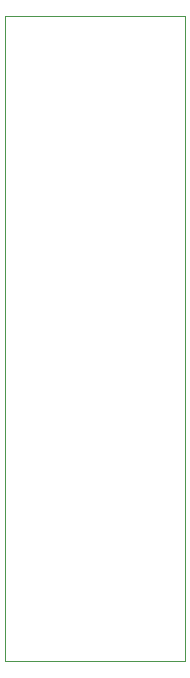
<source format=gbr>
G04 #@! TF.GenerationSoftware,KiCad,Pcbnew,5.0.0-rc2-dev-unknown-5e5e80d~64~ubuntu16.04.1*
G04 #@! TF.CreationDate,2018-05-02T16:30:27-03:00*
G04 #@! TF.ProjectId,audio_2,617564696F5F322E6B696361645F7063,rev?*
G04 #@! TF.SameCoordinates,Original*
G04 #@! TF.FileFunction,Profile,NP*
%FSLAX46Y46*%
G04 Gerber Fmt 4.6, Leading zero omitted, Abs format (unit mm)*
G04 Created by KiCad (PCBNEW 5.0.0-rc2-dev-unknown-5e5e80d~64~ubuntu16.04.1) date Wed May  2 16:30:27 2018*
%MOMM*%
%LPD*%
G01*
G04 APERTURE LIST*
%ADD10C,0.100000*%
G04 APERTURE END LIST*
D10*
X120650000Y-138430000D02*
X120650000Y-83820000D01*
X135890000Y-138430000D02*
X120650000Y-138430000D01*
X135890000Y-83820000D02*
X135890000Y-138430000D01*
X120650000Y-83820000D02*
X135890000Y-83820000D01*
M02*

</source>
